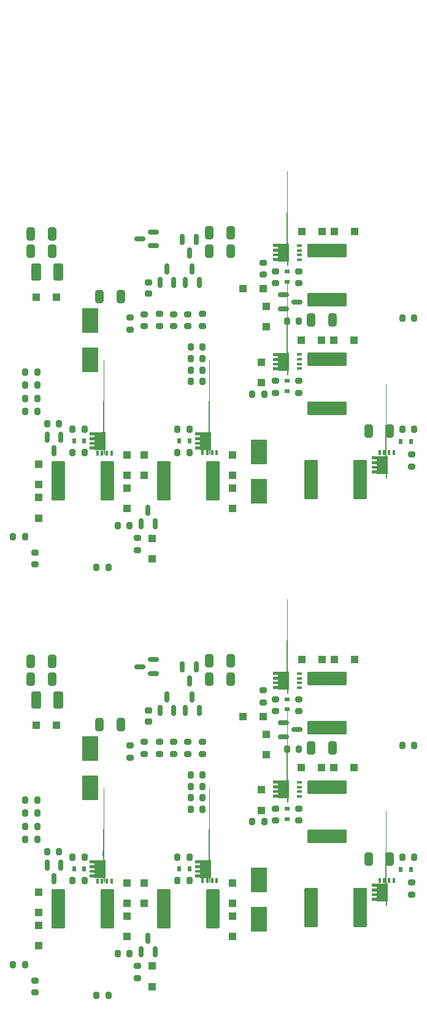
<source format=gbp>
%TF.GenerationSoftware,KiCad,Pcbnew,6.0.11+dfsg-1*%
%TF.CreationDate,2024-03-16T14:36:40+00:00*%
%TF.ProjectId,panel,70616e65-6c2e-46b6-9963-61645f706362,rev?*%
%TF.SameCoordinates,Original*%
%TF.FileFunction,Paste,Bot*%
%TF.FilePolarity,Positive*%
%FSLAX46Y46*%
G04 Gerber Fmt 4.6, Leading zero omitted, Abs format (unit mm)*
G04 Created by KiCad (PCBNEW 6.0.11+dfsg-1) date 2024-03-16 14:36:40*
%MOMM*%
%LPD*%
G01*
G04 APERTURE LIST*
G04 Aperture macros list*
%AMRoundRect*
0 Rectangle with rounded corners*
0 $1 Rounding radius*
0 $2 $3 $4 $5 $6 $7 $8 $9 X,Y pos of 4 corners*
0 Add a 4 corners polygon primitive as box body*
4,1,4,$2,$3,$4,$5,$6,$7,$8,$9,$2,$3,0*
0 Add four circle primitives for the rounded corners*
1,1,$1+$1,$2,$3*
1,1,$1+$1,$4,$5*
1,1,$1+$1,$6,$7*
1,1,$1+$1,$8,$9*
0 Add four rect primitives between the rounded corners*
20,1,$1+$1,$2,$3,$4,$5,0*
20,1,$1+$1,$4,$5,$6,$7,0*
20,1,$1+$1,$6,$7,$8,$9,0*
20,1,$1+$1,$8,$9,$2,$3,0*%
%AMFreePoly0*
4,1,5,0.202500,-0.377500,-0.202500,-0.377500,-0.202500,0.377500,0.202500,0.377500,0.202500,-0.377500,0.202500,-0.377500,$1*%
%AMFreePoly1*
4,1,53,0.118849,1.240000,0.127973,1.217973,0.150000,1.208849,0.168849,1.208849,0.168849,-1.228849,0.150000,-1.228849,0.127973,-1.237973,0.118849,-1.260000,0.118849,-1.828849,-0.118849,-1.828849,-0.118849,-1.260000,-0.127973,-1.237973,-0.150000,-1.228849,-1.318849,-1.228849,-1.318849,-1.210000,-1.327973,-1.187973,-1.350000,-1.178849,-2.018849,-1.178849,-2.018849,-0.791151,-1.350000,-0.791151,
-1.327973,-0.782027,-1.318849,-0.760000,-1.318849,-0.560000,-1.327973,-0.537973,-1.350000,-0.528849,-2.018849,-0.528849,-2.018849,-0.141151,-1.350000,-0.141151,-1.327973,-0.132027,-1.318849,-0.110000,-1.318849,0.090000,-1.327973,0.112027,-1.350000,0.121151,-2.018849,0.121151,-2.018849,0.508849,-1.350000,0.508849,-1.327973,0.517973,-1.318849,0.540000,-1.318849,0.740000,-1.327973,0.762027,
-1.350000,0.771151,-2.018849,0.771151,-2.018849,1.158849,-1.350000,1.158849,-1.327973,1.167973,-1.318849,1.190000,-1.318849,1.208849,-0.150000,1.208849,-0.127973,1.217973,-0.118849,1.240000,-0.118849,1.808849,0.118849,1.808849,0.118849,1.240000,0.118849,1.240000,$1*%
G04 Aperture macros list end*
%ADD10RoundRect,0.200000X0.275000X-0.200000X0.275000X0.200000X-0.275000X0.200000X-0.275000X-0.200000X0*%
%ADD11RoundRect,0.200000X0.200000X0.275000X-0.200000X0.275000X-0.200000X-0.275000X0.200000X-0.275000X0*%
%ADD12RoundRect,0.250000X-0.325000X-0.650000X0.325000X-0.650000X0.325000X0.650000X-0.325000X0.650000X0*%
%ADD13RoundRect,0.150000X0.150000X-0.587500X0.150000X0.587500X-0.150000X0.587500X-0.150000X-0.587500X0*%
%ADD14RoundRect,0.250000X0.325000X0.650000X-0.325000X0.650000X-0.325000X-0.650000X0.325000X-0.650000X0*%
%ADD15RoundRect,0.150000X-0.150000X0.587500X-0.150000X-0.587500X0.150000X-0.587500X0.150000X0.587500X0*%
%ADD16FreePoly0,0.000000*%
%ADD17FreePoly1,270.000000*%
%ADD18R,1.100000X1.100000*%
%ADD19FreePoly0,180.000000*%
%ADD20FreePoly1,90.000000*%
%ADD21RoundRect,0.200000X-0.200000X-0.275000X0.200000X-0.275000X0.200000X0.275000X-0.200000X0.275000X0*%
%ADD22R,0.600000X0.700000*%
%ADD23RoundRect,0.250000X-2.475000X0.712500X-2.475000X-0.712500X2.475000X-0.712500X2.475000X0.712500X0*%
%ADD24FreePoly0,90.000000*%
%ADD25FreePoly1,0.000000*%
%ADD26RoundRect,0.150000X0.587500X0.150000X-0.587500X0.150000X-0.587500X-0.150000X0.587500X-0.150000X0*%
%ADD27RoundRect,0.200000X-0.275000X0.200000X-0.275000X-0.200000X0.275000X-0.200000X0.275000X0.200000X0*%
%ADD28R,0.700000X0.600000*%
%ADD29RoundRect,0.250000X-0.712500X-2.475000X0.712500X-2.475000X0.712500X2.475000X-0.712500X2.475000X0*%
%ADD30R,2.300000X3.500000*%
%ADD31RoundRect,0.250000X0.712500X2.475000X-0.712500X2.475000X-0.712500X-2.475000X0.712500X-2.475000X0*%
%ADD32RoundRect,0.250000X-0.412500X-0.925000X0.412500X-0.925000X0.412500X0.925000X-0.412500X0.925000X0*%
%ADD33RoundRect,0.225000X-0.250000X0.225000X-0.250000X-0.225000X0.250000X-0.225000X0.250000X0.225000X0*%
%ADD34RoundRect,0.150000X-0.587500X-0.150000X0.587500X-0.150000X0.587500X0.150000X-0.587500X0.150000X0*%
G04 APERTURE END LIST*
D10*
%TO.C,R4*%
X126100000Y-81225000D03*
X126100000Y-79575000D03*
%TD*%
D11*
%TO.C,R30*%
X126425000Y-58300000D03*
X124775000Y-58300000D03*
%TD*%
D12*
%TO.C,C10*%
X125525000Y-35600000D03*
X128475000Y-35600000D03*
%TD*%
D11*
%TO.C,R38*%
X126425000Y-113700000D03*
X124775000Y-113700000D03*
%TD*%
D10*
%TO.C,R20*%
X157600000Y-41225000D03*
X157600000Y-39575000D03*
%TD*%
D13*
%TO.C,D32*%
X148750000Y-42337500D03*
X146850000Y-42337500D03*
X147800000Y-40462500D03*
%TD*%
D10*
%TO.C,R18*%
X162500000Y-101425000D03*
X162500000Y-99775000D03*
%TD*%
D14*
%TO.C,C2*%
X153075000Y-38000000D03*
X150125000Y-38000000D03*
%TD*%
D15*
%TO.C,Q4*%
X127750000Y-122662500D03*
X129650000Y-122662500D03*
X128700000Y-124537500D03*
%TD*%
D16*
%TO.C,Q6*%
X149250000Y-124800000D03*
D17*
X150235000Y-123150000D03*
D16*
X149900000Y-124800000D03*
X151200000Y-124800000D03*
X150550000Y-124800000D03*
%TD*%
D18*
%TO.C,D23*%
X153350000Y-129700000D03*
X153350000Y-132500000D03*
%TD*%
D19*
%TO.C,Q1*%
X175600000Y-124792500D03*
D20*
X174615000Y-126442500D03*
D19*
X174300000Y-124792500D03*
X174950000Y-124792500D03*
X173650000Y-124792500D03*
%TD*%
D18*
%TO.C,D13*%
X157300000Y-53300000D03*
X157300000Y-56100000D03*
%TD*%
D13*
%TO.C,D33*%
X145250000Y-42337500D03*
X143350000Y-42337500D03*
X144300000Y-40462500D03*
%TD*%
D21*
%TO.C,R21*%
X137525000Y-75850000D03*
X139175000Y-75850000D03*
%TD*%
D22*
%TO.C,D6*%
X176600000Y-123250000D03*
X178000000Y-123250000D03*
%TD*%
D18*
%TO.C,D25*%
X141200000Y-125100000D03*
X141200000Y-127900000D03*
%TD*%
D15*
%TO.C,D34*%
X146450000Y-36362500D03*
X148350000Y-36362500D03*
X147400000Y-38237500D03*
%TD*%
D21*
%TO.C,R6*%
X131275000Y-65800000D03*
X132925000Y-65800000D03*
%TD*%
D12*
%TO.C,C14*%
X125525000Y-97000000D03*
X128475000Y-97000000D03*
%TD*%
D18*
%TO.C,D25*%
X141200000Y-66100000D03*
X141200000Y-68900000D03*
%TD*%
D23*
%TO.C,F5*%
X166400000Y-37912500D03*
X166400000Y-44687500D03*
%TD*%
%TO.C,F5*%
X166400000Y-96912500D03*
X166400000Y-103687500D03*
%TD*%
D10*
%TO.C,R15*%
X140200000Y-138225000D03*
X140200000Y-136575000D03*
%TD*%
D18*
%TO.C,D21*%
X153350000Y-66100000D03*
X153350000Y-68900000D03*
%TD*%
D13*
%TO.C,Q8*%
X142650000Y-134637500D03*
X140750000Y-134637500D03*
X141700000Y-132762500D03*
%TD*%
D21*
%TO.C,R24*%
X147575000Y-115000000D03*
X149225000Y-115000000D03*
%TD*%
D24*
%TO.C,Q3*%
X162600000Y-54200000D03*
D25*
X160950000Y-53215000D03*
D24*
X162600000Y-53550000D03*
X162600000Y-52250000D03*
X162600000Y-52900000D03*
%TD*%
D21*
%TO.C,R6*%
X131275000Y-124800000D03*
X132925000Y-124800000D03*
%TD*%
D26*
%TO.C,D35*%
X142437500Y-94350000D03*
X142437500Y-96250000D03*
X140562500Y-95300000D03*
%TD*%
D11*
%TO.C,R11*%
X129425000Y-61800000D03*
X127775000Y-61800000D03*
%TD*%
%TO.C,R5*%
X178425000Y-121600000D03*
X176775000Y-121600000D03*
%TD*%
D10*
%TO.C,R15*%
X140200000Y-79225000D03*
X140200000Y-77575000D03*
%TD*%
D14*
%TO.C,C2*%
X153075000Y-97000000D03*
X150125000Y-97000000D03*
%TD*%
D13*
%TO.C,D33*%
X145250000Y-101337500D03*
X143350000Y-101337500D03*
X144300000Y-99462500D03*
%TD*%
D21*
%TO.C,R17*%
X145775000Y-124800000D03*
X147425000Y-124800000D03*
%TD*%
D27*
%TO.C,R3*%
X159300000Y-114875000D03*
X159300000Y-116525000D03*
%TD*%
D28*
%TO.C,D3*%
X160900000Y-116300000D03*
X160900000Y-114900000D03*
%TD*%
D21*
%TO.C,R17*%
X145775000Y-65800000D03*
X147425000Y-65800000D03*
%TD*%
D10*
%TO.C,R8*%
X178100000Y-67725000D03*
X178100000Y-66075000D03*
%TD*%
D27*
%TO.C,R36*%
X141200000Y-105687500D03*
X141200000Y-107337500D03*
%TD*%
%TO.C,R36*%
X141200000Y-46687500D03*
X141200000Y-48337500D03*
%TD*%
D11*
%TO.C,R29*%
X126425000Y-115500000D03*
X124775000Y-115500000D03*
%TD*%
%TO.C,R19*%
X136225000Y-81600000D03*
X134575000Y-81600000D03*
%TD*%
D18*
%TO.C,D24*%
X167400000Y-35300000D03*
X170200000Y-35300000D03*
%TD*%
%TO.C,D10*%
X138800000Y-129700000D03*
X138800000Y-132500000D03*
%TD*%
%TO.C,D13*%
X157300000Y-112300000D03*
X157300000Y-115100000D03*
%TD*%
D21*
%TO.C,R27*%
X147575000Y-51200000D03*
X149225000Y-51200000D03*
%TD*%
D18*
%TO.C,D26*%
X154800000Y-102200000D03*
X157600000Y-102200000D03*
%TD*%
%TO.C,D9*%
X162800000Y-109250000D03*
X165600000Y-109250000D03*
%TD*%
D29*
%TO.C,F1*%
X164212500Y-128500000D03*
X170987500Y-128500000D03*
%TD*%
D15*
%TO.C,D34*%
X146450000Y-95362500D03*
X148350000Y-95362500D03*
X147400000Y-97237500D03*
%TD*%
D14*
%TO.C,C5*%
X137975000Y-103300000D03*
X135025000Y-103300000D03*
%TD*%
D30*
%TO.C,D7*%
X157000000Y-124700000D03*
X157000000Y-130100000D03*
%TD*%
D18*
%TO.C,D27*%
X142275000Y-136600000D03*
X142275000Y-139400000D03*
%TD*%
D11*
%TO.C,R10*%
X157725000Y-57700000D03*
X156075000Y-57700000D03*
%TD*%
%TO.C,R29*%
X126425000Y-56500000D03*
X124775000Y-56500000D03*
%TD*%
D19*
%TO.C,Q1*%
X175600000Y-65792500D03*
D20*
X174615000Y-67442500D03*
D19*
X174300000Y-65792500D03*
X173650000Y-65792500D03*
X174950000Y-65792500D03*
%TD*%
D11*
%TO.C,R19*%
X136225000Y-140600000D03*
X134575000Y-140600000D03*
%TD*%
D21*
%TO.C,R25*%
X147575000Y-113400000D03*
X149225000Y-113400000D03*
%TD*%
D24*
%TO.C,Q7*%
X162600000Y-39200000D03*
D25*
X160950000Y-38215000D03*
D24*
X162600000Y-38550000D03*
X162600000Y-37900000D03*
X162600000Y-37250000D03*
%TD*%
D10*
%TO.C,R8*%
X178100000Y-126725000D03*
X178100000Y-125075000D03*
%TD*%
D18*
%TO.C,D14*%
X126600000Y-72000000D03*
X126600000Y-74800000D03*
%TD*%
%TO.C,D24*%
X167400000Y-94300000D03*
X170200000Y-94300000D03*
%TD*%
D14*
%TO.C,C5*%
X137975000Y-44300000D03*
X135025000Y-44300000D03*
%TD*%
D18*
%TO.C,D12*%
X126600000Y-126400000D03*
X126600000Y-129200000D03*
%TD*%
D12*
%TO.C,C1*%
X172125000Y-62800000D03*
X175075000Y-62800000D03*
%TD*%
D16*
%TO.C,Q2*%
X134700000Y-65850000D03*
D17*
X135685000Y-64200000D03*
D16*
X136000000Y-65850000D03*
X135350000Y-65850000D03*
X136650000Y-65850000D03*
%TD*%
D31*
%TO.C,F2*%
X136087500Y-128700000D03*
X129312500Y-128700000D03*
%TD*%
D27*
%TO.C,R14*%
X159300000Y-99775000D03*
X159300000Y-101425000D03*
%TD*%
D18*
%TO.C,D28*%
X158000000Y-104600000D03*
X158000000Y-107400000D03*
%TD*%
D11*
%TO.C,R5*%
X178425000Y-62600000D03*
X176775000Y-62600000D03*
%TD*%
D18*
%TO.C,D23*%
X153350000Y-70700000D03*
X153350000Y-73500000D03*
%TD*%
D10*
%TO.C,R7*%
X162500000Y-116525000D03*
X162500000Y-114875000D03*
%TD*%
D12*
%TO.C,C14*%
X125525000Y-38000000D03*
X128475000Y-38000000D03*
%TD*%
D16*
%TO.C,Q6*%
X149250000Y-65800000D03*
D17*
X150235000Y-64150000D03*
D16*
X150550000Y-65800000D03*
X149900000Y-65800000D03*
X151200000Y-65800000D03*
%TD*%
%TO.C,Q2*%
X134700000Y-124850000D03*
D17*
X135685000Y-123200000D03*
D16*
X135350000Y-124850000D03*
X136000000Y-124850000D03*
X136650000Y-124850000D03*
%TD*%
D32*
%TO.C,C13*%
X126262500Y-40900000D03*
X129337500Y-40900000D03*
%TD*%
D27*
%TO.C,R32*%
X149200000Y-105675000D03*
X149200000Y-107325000D03*
%TD*%
D11*
%TO.C,R31*%
X126425000Y-60100000D03*
X124775000Y-60100000D03*
%TD*%
%TO.C,R11*%
X129425000Y-120800000D03*
X127775000Y-120800000D03*
%TD*%
D18*
%TO.C,D28*%
X158000000Y-45600000D03*
X158000000Y-48400000D03*
%TD*%
D22*
%TO.C,D2*%
X131500000Y-123200000D03*
X132900000Y-123200000D03*
%TD*%
D27*
%TO.C,R35*%
X143300000Y-105675000D03*
X143300000Y-107325000D03*
%TD*%
%TO.C,R3*%
X159300000Y-55875000D03*
X159300000Y-57525000D03*
%TD*%
D11*
%TO.C,R2*%
X132925000Y-121600000D03*
X131275000Y-121600000D03*
%TD*%
D21*
%TO.C,R21*%
X137525000Y-134850000D03*
X139175000Y-134850000D03*
%TD*%
D27*
%TO.C,R14*%
X159300000Y-40775000D03*
X159300000Y-42425000D03*
%TD*%
%TO.C,R33*%
X147200000Y-46687500D03*
X147200000Y-48337500D03*
%TD*%
%TO.C,R34*%
X145200000Y-46687500D03*
X145200000Y-48337500D03*
%TD*%
D11*
%TO.C,R9*%
X124725000Y-136400000D03*
X123075000Y-136400000D03*
%TD*%
D12*
%TO.C,C12*%
X164225000Y-47500000D03*
X167175000Y-47500000D03*
%TD*%
%TO.C,C12*%
X164225000Y-106500000D03*
X167175000Y-106500000D03*
%TD*%
D11*
%TO.C,R31*%
X126425000Y-119100000D03*
X124775000Y-119100000D03*
%TD*%
D21*
%TO.C,R27*%
X147575000Y-110200000D03*
X149225000Y-110200000D03*
%TD*%
D15*
%TO.C,Q4*%
X127750000Y-63662500D03*
X129650000Y-63662500D03*
X128700000Y-65537500D03*
%TD*%
D32*
%TO.C,C13*%
X126262500Y-99900000D03*
X129337500Y-99900000D03*
%TD*%
D22*
%TO.C,D17*%
X146000000Y-123200000D03*
X147400000Y-123200000D03*
%TD*%
D18*
%TO.C,D11*%
X167350000Y-109250000D03*
X170150000Y-109250000D03*
%TD*%
%TO.C,D27*%
X142275000Y-77600000D03*
X142275000Y-80400000D03*
%TD*%
D11*
%TO.C,R10*%
X157725000Y-116700000D03*
X156075000Y-116700000D03*
%TD*%
D21*
%TO.C,R25*%
X147575000Y-54400000D03*
X149225000Y-54400000D03*
%TD*%
D27*
%TO.C,R34*%
X145200000Y-105687500D03*
X145200000Y-107337500D03*
%TD*%
D14*
%TO.C,C4*%
X153075000Y-35500000D03*
X150125000Y-35500000D03*
%TD*%
D31*
%TO.C,F4*%
X150637500Y-128700000D03*
X143862500Y-128700000D03*
%TD*%
D22*
%TO.C,D17*%
X146000000Y-64200000D03*
X147400000Y-64200000D03*
%TD*%
D11*
%TO.C,R22*%
X162525000Y-106700000D03*
X160875000Y-106700000D03*
%TD*%
D26*
%TO.C,D35*%
X142437500Y-35350000D03*
X142437500Y-37250000D03*
X140562500Y-36300000D03*
%TD*%
D13*
%TO.C,D32*%
X148750000Y-101337500D03*
X146850000Y-101337500D03*
X147800000Y-99462500D03*
%TD*%
D23*
%TO.C,F3*%
X166400000Y-52912500D03*
X166400000Y-59687500D03*
%TD*%
D18*
%TO.C,D8*%
X138800000Y-66100000D03*
X138800000Y-68900000D03*
%TD*%
D33*
%TO.C,C7*%
X141800000Y-42325000D03*
X141800000Y-43875000D03*
%TD*%
D18*
%TO.C,D22*%
X162900000Y-35300000D03*
X165700000Y-35300000D03*
%TD*%
D11*
%TO.C,R30*%
X126425000Y-117300000D03*
X124775000Y-117300000D03*
%TD*%
D30*
%TO.C,D7*%
X157000000Y-65700000D03*
X157000000Y-71100000D03*
%TD*%
D18*
%TO.C,D36*%
X126300000Y-103400000D03*
X129100000Y-103400000D03*
%TD*%
D28*
%TO.C,D18*%
X160900000Y-101200000D03*
X160900000Y-99800000D03*
%TD*%
D12*
%TO.C,C1*%
X172125000Y-121800000D03*
X175075000Y-121800000D03*
%TD*%
D29*
%TO.C,F1*%
X164212500Y-69500000D03*
X170987500Y-69500000D03*
%TD*%
D28*
%TO.C,D18*%
X160900000Y-42200000D03*
X160900000Y-40800000D03*
%TD*%
D11*
%TO.C,R38*%
X126425000Y-54700000D03*
X124775000Y-54700000D03*
%TD*%
D10*
%TO.C,R4*%
X126100000Y-140225000D03*
X126100000Y-138575000D03*
%TD*%
D11*
%TO.C,R2*%
X132925000Y-62600000D03*
X131275000Y-62600000D03*
%TD*%
D28*
%TO.C,D3*%
X160900000Y-57300000D03*
X160900000Y-55900000D03*
%TD*%
D34*
%TO.C,Q9*%
X160362500Y-104950000D03*
X160362500Y-103050000D03*
X162237500Y-104000000D03*
%TD*%
D11*
%TO.C,R9*%
X124725000Y-77400000D03*
X123075000Y-77400000D03*
%TD*%
D12*
%TO.C,C10*%
X125525000Y-94600000D03*
X128475000Y-94600000D03*
%TD*%
D18*
%TO.C,D11*%
X167350000Y-50250000D03*
X170150000Y-50250000D03*
%TD*%
D11*
%TO.C,R16*%
X178425000Y-106200000D03*
X176775000Y-106200000D03*
%TD*%
D10*
%TO.C,R7*%
X162500000Y-57525000D03*
X162500000Y-55875000D03*
%TD*%
D27*
%TO.C,R33*%
X147200000Y-105687500D03*
X147200000Y-107337500D03*
%TD*%
D31*
%TO.C,F4*%
X150637500Y-69700000D03*
X143862500Y-69700000D03*
%TD*%
D22*
%TO.C,D2*%
X131500000Y-64200000D03*
X132900000Y-64200000D03*
%TD*%
D11*
%TO.C,R13*%
X147425000Y-121600000D03*
X145775000Y-121600000D03*
%TD*%
D18*
%TO.C,D9*%
X162800000Y-50250000D03*
X165600000Y-50250000D03*
%TD*%
D30*
%TO.C,D16*%
X133700000Y-47600000D03*
X133700000Y-53000000D03*
%TD*%
D34*
%TO.C,Q9*%
X160362500Y-45950000D03*
X160362500Y-44050000D03*
X162237500Y-45000000D03*
%TD*%
D22*
%TO.C,D6*%
X176600000Y-64250000D03*
X178000000Y-64250000D03*
%TD*%
D24*
%TO.C,Q7*%
X162600000Y-98200000D03*
D25*
X160950000Y-97215000D03*
D24*
X162600000Y-97550000D03*
X162600000Y-96900000D03*
X162600000Y-96250000D03*
%TD*%
D21*
%TO.C,R26*%
X147575000Y-52800000D03*
X149225000Y-52800000D03*
%TD*%
D27*
%TO.C,R35*%
X143300000Y-46675000D03*
X143300000Y-48325000D03*
%TD*%
D24*
%TO.C,Q3*%
X162600000Y-113200000D03*
D25*
X160950000Y-112215000D03*
D24*
X162600000Y-111250000D03*
X162600000Y-112550000D03*
X162600000Y-111900000D03*
%TD*%
D18*
%TO.C,D21*%
X153350000Y-125100000D03*
X153350000Y-127900000D03*
%TD*%
D27*
%TO.C,R37*%
X139200000Y-106175000D03*
X139200000Y-107825000D03*
%TD*%
D30*
%TO.C,D16*%
X133700000Y-106600000D03*
X133700000Y-112000000D03*
%TD*%
D18*
%TO.C,D12*%
X126600000Y-67400000D03*
X126600000Y-70200000D03*
%TD*%
D21*
%TO.C,R24*%
X147575000Y-56000000D03*
X149225000Y-56000000D03*
%TD*%
D18*
%TO.C,D26*%
X154800000Y-43200000D03*
X157600000Y-43200000D03*
%TD*%
%TO.C,D10*%
X138800000Y-70700000D03*
X138800000Y-73500000D03*
%TD*%
D13*
%TO.C,Q8*%
X142650000Y-75637500D03*
X140750000Y-75637500D03*
X141700000Y-73762500D03*
%TD*%
D11*
%TO.C,R16*%
X178425000Y-47200000D03*
X176775000Y-47200000D03*
%TD*%
D18*
%TO.C,D36*%
X126300000Y-44400000D03*
X129100000Y-44400000D03*
%TD*%
D10*
%TO.C,R20*%
X157600000Y-100225000D03*
X157600000Y-98575000D03*
%TD*%
D18*
%TO.C,D14*%
X126600000Y-131000000D03*
X126600000Y-133800000D03*
%TD*%
D10*
%TO.C,R18*%
X162500000Y-42425000D03*
X162500000Y-40775000D03*
%TD*%
D11*
%TO.C,R22*%
X162525000Y-47700000D03*
X160875000Y-47700000D03*
%TD*%
D14*
%TO.C,C4*%
X153075000Y-94500000D03*
X150125000Y-94500000D03*
%TD*%
D27*
%TO.C,R32*%
X149200000Y-46675000D03*
X149200000Y-48325000D03*
%TD*%
D23*
%TO.C,F3*%
X166400000Y-111912500D03*
X166400000Y-118687500D03*
%TD*%
D11*
%TO.C,R13*%
X147425000Y-62600000D03*
X145775000Y-62600000D03*
%TD*%
D18*
%TO.C,D8*%
X138800000Y-125100000D03*
X138800000Y-127900000D03*
%TD*%
D33*
%TO.C,C7*%
X141800000Y-101325000D03*
X141800000Y-102875000D03*
%TD*%
D31*
%TO.C,F2*%
X136087500Y-69700000D03*
X129312500Y-69700000D03*
%TD*%
D27*
%TO.C,R37*%
X139200000Y-47175000D03*
X139200000Y-48825000D03*
%TD*%
D18*
%TO.C,D22*%
X162900000Y-94300000D03*
X165700000Y-94300000D03*
%TD*%
D21*
%TO.C,R26*%
X147575000Y-111800000D03*
X149225000Y-111800000D03*
%TD*%
M02*

</source>
